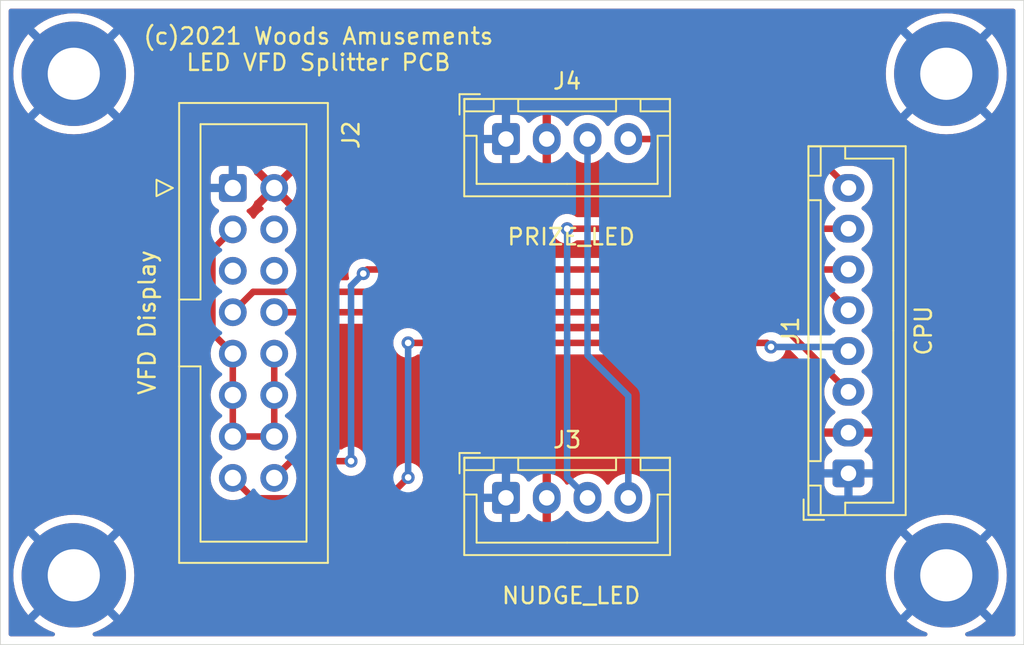
<source format=kicad_pcb>
(kicad_pcb (version 20211014) (generator pcbnew)
  (layers (0 "F.Cu" signal) (31 "B.Cu" signal) (34 "B.Paste" user) (35 "F.Paste" user) (36 "B.SilkS" user "B.Silkscreen") (37 "F.SilkS" user "F.Silkscreen") (38 "B.Mask" user) (39 "F.Mask" user) (44 "Edge.Cuts" user))
  (net 0 "")
  (net 1 "VCC")
  (net 2 "Net-(J2-Pad6)")
  (net 3 "Net-(J2-Pad5)")
  (net 4 "Net-(J2-Pad4)")
  (net 5 "GND")
  (net 6 "/LED_OUT")
  (net 7 "/LED_IN")
  (net 8 "/MD_DOUT")
  (net 9 "/MD_STROBE")
  (net 10 "/MD_CLK")
  (net 11 "/MD_OE")
  (net 12 "Net-(J2-Pad10)")
  (net 13 "Net-(J3-Pad4)")
  (footprint "Connector_JST:JST_XH_B8B-XH-A_1x08_P2.50mm_Vertical" (layer "F.Cu") (at 171.75 82.5 90)
    (fp_text reference "J1" (at 8.75 -3.55 90) (layer "F.SilkS"))
    (fp_text value "CPU" (at 8.75 4.6 90) (layer "F.SilkS"))
    (fp_line (start 19.3 -0.2) (end 19.3 2.75) (layer "F.SilkS") (width 0.12))
    (fp_line (start 16.75 -1.7) (end 16.75 -2.45) (layer "F.SilkS") (width 0.12))
    (fp_line (start -0.75 -1.7) (end -0.75 -2.45) (layer "F.SilkS") (width 0.12))
    (fp_line (start 20.05 -0.2) (end 19.3 -0.2) (layer "F.SilkS") (width 0.12))
    (fp_line (start -2.56 -2.46) (end -2.56 3.51) (layer "F.SilkS") (width 0.12))
    (fp_line (start 18.25 -1.7) (end 20.05 -1.7) (layer "F.SilkS") (width 0.12))
    (fp_line (start 16.75 -2.45) (end 0.75 -2.45) (layer "F.SilkS") (width 0.12))
    (fp_line (start 18.25 -2.45) (end 18.25 -1.7) (layer "F.SilkS") (width 0.12))
    (fp_line (start 20.05 -2.45) (end 18.25 -2.45) (layer "F.SilkS") (width 0.12))
    (fp_line (start -2.85 -2.75) (end -2.85 -1.5) (layer "F.SilkS") (width 0.12))
    (fp_line (start 0.75 -1.7) (end 16.75 -1.7) (layer "F.SilkS") (width 0.12))
    (fp_line (start -2.55 -1.7) (end -0.75 -1.7) (layer "F.SilkS") (width 0.12))
    (fp_line (start 0.75 -2.45) (end 0.75 -1.7) (layer "F.SilkS") (width 0.12))
    (fp_line (start 20.06 -2.46) (end -2.56 -2.46) (layer "F.SilkS") (width 0.12))
    (fp_line (start 19.3 2.75) (end 8.75 2.75) (layer "F.SilkS") (width 0.12))
    (fp_line (start -2.55 -0.2) (end -1.8 -0.2) (layer "F.SilkS") (width 0.12))
    (fp_line (start -1.6 -2.75) (end -2.85 -2.75) (layer "F.SilkS") (width 0.12))
    (fp_line (start -0.75 -2.45) (end -2.55 -2.45) (layer "F.SilkS") (width 0.12))
    (fp_line (start -2.56 3.51) (end 20.06 3.51) (layer "F.SilkS") (width 0.12))
    (fp_line (start -2.55 -2.45) (end -2.55 -1.7) (layer "F.SilkS") (width 0.12))
    (fp_line (start -1.8 2.75) (end 8.75 2.75) (layer "F.SilkS") (width 0.12))
    (fp_line (start 20.05 -1.7) (end 20.05 -2.45) (layer "F.SilkS") (width 0.12))
    (fp_line (start 20.06 3.51) (end 20.06 -2.46) (layer "F.SilkS") (width 0.12))
    (fp_line (start -1.8 -0.2) (end -1.8 2.75) (layer "F.SilkS") (width 0.12))
    (pad "1" thru_hole roundrect locked (at 0 0 90) (size 1.7 1.95) (drill 0.95) (layers *.Cu *.Mask) (roundrect_rratio 0.1470588235) (net 5 "GND"))
    (pad "2" thru_hole oval locked (at 2.5 0 90) (size 1.7 1.95) (drill 0.95) (layers *.Cu *.Mask) (net 1 "VCC"))
    (pad "3" thru_hole oval locked (at 5 0 90) (size 1.7 1.95) (drill 0.95) (layers *.Cu *.Mask) (net 11 "/MD_OE"))
    (pad "4" thru_hole oval locked (at 7.5 0 90) (size 1.7 1.95) (drill 0.95) (layers *.Cu *.Mask) (net 10 "/MD_CLK"))
    (pad "5" thru_hole oval locked (at 10 0 90) (size 1.7 1.95) (drill 0.95) (layers *.Cu *.Mask) (net 9 "/MD_STROBE"))
    (pad "6" thru_hole oval locked (at 12.5 0 90) (size 1.7 1.95) (drill 0.95) (layers *.Cu *.Mask) (net 8 "/MD_DOUT"))
    (pad "7" thru_hole oval locked (at 15 0 90) (size 1.7 1.95) (drill 0.95) (layers *.Cu *.Mask) (net 7 "/LED_IN"))
    (pad "8" thru_hole oval locked (at 17.5 0 90) (size 1.7 1.95) (drill 0.95) (layers *.Cu *.Mask) (net 6 "/LED_OUT"))
  )
  (footprint "Connector_IDC:IDC-Header_2x08_P2.54mm_Vertical" (layer "F.Cu") (at 134 65)
    (fp_text reference "J2" (at 7.25 -3.25 270) (layer "F.SilkS"))
    (fp_text value "VFD Display" (at -5.25 8.25 -90) (layer "F.SilkS"))
    (fp_line (start -4.68 0.5) (end -3.68 0) (layer "F.SilkS") (width 0.12))
    (fp_line (start -3.29 22.99) (end -3.29 -5.21) (layer "F.SilkS") (width 0.12))
    (fp_line (start -3.29 -5.21) (end 5.83 -5.21) (layer "F.SilkS") (width 0.12))
    (fp_line (start 5.83 22.99) (end -3.29 22.99) (layer "F.SilkS") (width 0.12))
    (fp_line (start -1.98 6.84) (end -1.98 -3.91) (layer "F.SilkS") (width 0.12))
    (fp_line (start -1.98 21.69) (end -1.98 10.94) (layer "F.SilkS") (width 0.12))
    (fp_line (start -1.98 10.94) (end -3.29 10.94) (layer "F.SilkS") (width 0.12))
    (fp_line (start -3.68 0) (end -4.68 -0.5) (layer "F.SilkS") (width 0.12))
    (fp_line (start -1.98 -3.91) (end 4.52 -3.91) (layer "F.SilkS") (width 0.12))
    (fp_line (start 4.52 21.69) (end -1.98 21.69) (layer "F.SilkS") (width 0.12))
    (fp_line (start -4.68 -0.5) (end -4.68 0.5) (layer "F.SilkS") (width 0.12))
    (fp_line (start 5.83 -5.21) (end 5.83 22.99) (layer "F.SilkS") (width 0.12))
    (fp_line (start -1.98 10.94) (end -1.98 10.94) (layer "F.SilkS") (width 0.12))
    (fp_line (start -3.29 6.84) (end -1.98 6.84) (layer "F.SilkS") (width 0.12))
    (fp_line (start 4.52 -3.91) (end 4.52 21.69) (layer "F.SilkS") (width 0.12))
    (pad "1" thru_hole roundrect locked (at 0 0) (size 1.7 1.7) (drill 1) (layers *.Cu *.Mask) (roundrect_rratio 0.1470588235) (net 5 "GND"))
    (pad "2" thru_hole circle locked (at 2.54 0) (size 1.7 1.7) (drill 1) (layers *.Cu *.Mask) (net 1 "VCC"))
    (pad "3" thru_hole circle locked (at 0 2.54) (size 1.7 1.7) (drill 1) (layers *.Cu *.Mask) (net 12 "Net-(J2-Pad10)"))
    (pad "4" thru_hole circle locked (at 2.54 2.54) (size 1.7 1.7) (drill 1) (layers *.Cu *.Mask) (net 4 "Net-(J2-Pad4)"))
    (pad "5" thru_hole circle locked (at 0 5.08) (size 1.7 1.7) (drill 1) (layers *.Cu *.Mask) (net 3 "Net-(J2-Pad5)"))
    (pad "6" thru_hole circle locked (at 2.54 5.08) (size 1.7 1.7) (drill 1) (layers *.Cu *.Mask) (net 2 "Net-(J2-Pad6)"))
    (pad "7" thru_hole circle locked (at 0 7.62) (size 1.7 1.7) (drill 1) (layers *.Cu *.Mask) (net 9 "/MD_STROBE"))
    (pad "8" thru_hole circle locked (at 2.54 7.62) (size 1.7 1.7) (drill 1) (layers *.Cu *.Mask) (net 11 "/MD_OE"))
    (pad "9" thru_hole circle locked (at 0 10.16) (size 1.7 1.7) (drill 1) (layers *.Cu *.Mask) (net 12 "Net-(J2-Pad10)"))
    (pad "10" thru_hole circle locked (at 2.54 10.16) (size 1.7 1.7) (drill 1) (layers *.Cu *.Mask) (net 12 "Net-(J2-Pad10)"))
    (pad "11" thru_hole circle locked (at 0 12.7) (size 1.7 1.7) (drill 1) (layers *.Cu *.Mask) (net 12 "Net-(J2-Pad10)"))
    (pad "12" thru_hole circle locked (at 2.54 12.7) (size 1.7 1.7) (drill 1) (layers *.Cu *.Mask) (net 12 "Net-(J2-Pad10)"))
    (pad "13" thru_hole circle locked (at 0 15.24) (size 1.7 1.7) (drill 1) (layers *.Cu *.Mask) (net 12 "Net-(J2-Pad10)"))
    (pad "14" thru_hole circle locked (at 2.54 15.24) (size 1.7 1.7) (drill 1) (layers *.Cu *.Mask) (net 12 "Net-(J2-Pad10)"))
    (pad "15" thru_hole circle locked (at 0 17.78) (size 1.7 1.7) (drill 1) (layers *.Cu *.Mask) (net 10 "/MD_CLK"))
    (pad "16" thru_hole circle locked (at 2.54 17.78) (size 1.7 1.7) (drill 1) (layers *.Cu *.Mask) (net 8 "/MD_DOUT"))
  )
  (footprint "Connector_JST:JST_XH_B4B-XH-A_1x04_P2.50mm_Vertical" (layer "F.Cu") (at 150.75 62)
    (fp_text reference "J4" (at 3.75 -3.55) (layer "F.SilkS"))
    (fp_text value "PRIZE_LED" (at 4 6) (layer "F.SilkS"))
    (fp_line (start 6.75 -1.7) (end 6.75 -2.45) (layer "F.SilkS") (width 0.12))
    (fp_line (start 10.06 -2.46) (end -2.56 -2.46) (layer "F.SilkS") (width 0.12))
    (fp_line (start 0.75 -2.45) (end 0.75 -1.7) (layer "F.SilkS") (width 0.12))
    (fp_line (start -2.55 -1.7) (end -0.75 -1.7) (layer "F.SilkS") (width 0.12))
    (fp_line (start 10.06 3.51) (end 10.06 -2.46) (layer "F.SilkS") (width 0.12))
    (fp_line (start -0.75 -1.7) (end -0.75 -2.45) (layer "F.SilkS") (width 0.12))
    (fp_line (start 8.25 -1.7) (end 10.05 -1.7) (layer "F.SilkS") (width 0.12))
    (fp_line (start -2.85 -2.75) (end -2.85 -1.5) (layer "F.SilkS") (width 0.12))
    (fp_line (start 6.75 -2.45) (end 0.75 -2.45) (layer "F.SilkS") (width 0.12))
    (fp_line (start 9.3 2.75) (end 3.75 2.75) (layer "F.SilkS") (width 0.12))
    (fp_line (start -2.56 -2.46) (end -2.56 3.51) (layer "F.SilkS") (width 0.12))
    (fp_line (start -2.55 -2.45) (end -2.55 -1.7) (layer "F.SilkS") (width 0.12))
    (fp_line (start 9.3 -0.2) (end 9.3 2.75) (layer "F.SilkS") (width 0.12))
    (fp_line (start 10.05 -2.45) (end 8.25 -2.45) (layer "F.SilkS") (width 0.12))
    (fp_line (start 8.25 -2.45) (end 8.25 -1.7) (layer "F.SilkS") (width 0.12))
    (fp_line (start -1.8 2.75) (end 3.75 2.75) (layer "F.SilkS") (width 0.12))
    (fp_line (start 10.05 -1.7) (end 10.05 -2.45) (layer "F.SilkS") (width 0.12))
    (fp_line (start 10.05 -0.2) (end 9.3 -0.2) (layer "F.SilkS") (width 0.12))
    (fp_line (start -1.8 -0.2) (end -1.8 2.75) (layer "F.SilkS") (width 0.12))
    (fp_line (start -2.56 3.51) (end 10.06 3.51) (layer "F.SilkS") (width 0.12))
    (fp_line (start 0.75 -1.7) (end 6.75 -1.7) (layer "F.SilkS") (width 0.12))
    (fp_line (start -0.75 -2.45) (end -2.55 -2.45) (layer "F.SilkS") (width 0.12))
    (fp_line (start -1.6 -2.75) (end -2.85 -2.75) (layer "F.SilkS") (width 0.12))
    (fp_line (start -2.55 -0.2) (end -1.8 -0.2) (layer "F.SilkS") (width 0.12))
    (pad "1" thru_hole roundrect locked (at 0 0) (size 1.7 1.95) (drill 0.95) (layers *.Cu *.Mask) (roundrect_rratio 0.1470588235) (net 5 "GND"))
    (pad "2" thru_hole oval locked (at 2.5 0) (size 1.7 1.95) (drill 0.95) (layers *.Cu *.Mask) (net 1 "VCC"))
    (pad "3" thru_hole oval locked (at 5 0) (size 1.7 1.95) (drill 0.95) (layers *.Cu *.Mask) (net 13 "Net-(J3-Pad4)"))
    (pad "4" thru_hole oval locked (at 7.5 0) (size 1.7 1.95) (drill 0.95) (layers *.Cu *.Mask) (net 6 "/LED_OUT"))
  )
  (footprint "Connector_JST:JST_XH_B4B-XH-A_1x04_P2.50mm_Vertical" (layer "F.Cu") (at 150.75 84)
    (fp_text reference "J3" (at 3.75 -3.55) (layer "F.SilkS"))
    (fp_text value "NUDGE_LED" (at 4 6) (layer "F.SilkS"))
    (fp_line (start -2.55 -0.2) (end -1.8 -0.2) (layer "F.SilkS") (width 0.12))
    (fp_line (start 6.75 -1.7) (end 6.75 -2.45) (layer "F.SilkS") (width 0.12))
    (fp_line (start -1.8 2.75) (end 3.75 2.75) (layer "F.SilkS") (width 0.12))
    (fp_line (start -2.55 -2.45) (end -2.55 -1.7) (layer "F.SilkS") (width 0.12))
    (fp_line (start -0.75 -1.7) (end -0.75 -2.45) (layer "F.SilkS") (width 0.12))
    (fp_line (start 10.06 -2.46) (end -2.56 -2.46) (layer "F.SilkS") (width 0.12))
    (fp_line (start -2.56 3.51) (end 10.06 3.51) (layer "F.SilkS") (width 0.12))
    (fp_line (start 0.75 -1.7) (end 6.75 -1.7) (layer "F.SilkS") (width 0.12))
    (fp_line (start 8.25 -2.45) (end 8.25 -1.7) (layer "F.SilkS") (width 0.12))
    (fp_line (start 0.75 -2.45) (end 0.75 -1.7) (layer "F.SilkS") (width 0.12))
    (fp_line (start -2.85 -2.75) (end -2.85 -1.5) (layer "F.SilkS") (width 0.12))
    (fp_line (start 10.05 -2.45) (end 8.25 -2.45) (layer "F.SilkS") (width 0.12))
    (fp_line (start 9.3 2.75) (end 3.75 2.75) (layer "F.SilkS") (width 0.12))
    (fp_line (start 6.75 -2.45) (end 0.75 -2.45) (layer "F.SilkS") (width 0.12))
    (fp_line (start 10.05 -0.2) (end 9.3 -0.2) (layer "F.SilkS") (width 0.12))
    (fp_line (start -2.55 -1.7) (end -0.75 -1.7) (layer "F.SilkS") (width 0.12))
    (fp_line (start -1.6 -2.75) (end -2.85 -2.75) (layer "F.SilkS") (width 0.12))
    (fp_line (start -2.56 -2.46) (end -2.56 3.51) (layer "F.SilkS") (width 0.12))
    (fp_line (start 10.06 3.51) (end 10.06 -2.46) (layer "F.SilkS") (width 0.12))
    (fp_line (start 9.3 -0.2) (end 9.3 2.75) (layer "F.SilkS") (width 0.12))
    (fp_line (start 8.25 -1.7) (end 10.05 -1.7) (layer "F.SilkS") (width 0.12))
    (fp_line (start -0.75 -2.45) (end -2.55 -2.45) (layer "F.SilkS") (width 0.12))
    (fp_line (start -1.8 -0.2) (end -1.8 2.75) (layer "F.SilkS") (width 0.12))
    (fp_line (start 10.05 -1.7) (end 10.05 -2.45) (layer "F.SilkS") (width 0.12))
    (pad "1" thru_hole roundrect locked (at 0 0) (size 1.7 1.95) (drill 0.95) (layers *.Cu *.Mask) (roundrect_rratio 0.1470588235) (net 5 "GND"))
    (pad "2" thru_hole oval locked (at 2.5 0) (size 1.7 1.95) (drill 0.95) (layers *.Cu *.Mask) (net 1 "VCC"))
    (pad "3" thru_hole oval locked (at 5 0) (size 1.7 1.95) (drill 0.95) (layers *.Cu *.Mask) (net 7 "/LED_IN"))
    (pad "4" thru_hole oval locked (at 7.5 0) (size 1.7 1.95) (drill 0.95) (layers *.Cu *.Mask) (net 13 "Net-(J3-Pad4)"))
  )
  (footprint "MountingHole:MountingHole_3.2mm_M3_Pad" (layer "F.Cu") (at 124.25 58)
    (fp_text reference "H1" hide)
    (fp_text value "MountingHole_Pad" hide)
    (pad "1" thru_hole circle locked (at 0 0) (size 6.4 6.4) (drill 3.2) (layers *.Cu *.Mask) (net 5 "GND"))
  )
  (footprint "MountingHole:MountingHole_3.2mm_M3_Pad" (layer "F.Cu") (at 124.25 88.75)
    (fp_text reference "H2" hide)
    (fp_text value "MountingHole_Pad" hide)
    (pad "1" thru_hole circle locked (at 0 0) (size 6.4 6.4) (drill 3.2) (layers *.Cu *.Mask) (net 5 "GND"))
  )
  (footprint "MountingHole:MountingHole_3.2mm_M3_Pad" (layer "F.Cu") (at 177.75 58)
    (fp_text reference "H3" hide)
    (fp_text value "MountingHole_Pad" hide)
    (pad "1" thru_hole circle locked (at 0 0) (size 6.4 6.4) (drill 3.2) (layers *.Cu *.Mask) (net 5 "GND"))
  )
  (footprint "MountingHole:MountingHole_3.2mm_M3_Pad" (layer "F.Cu") (at 177.75 88.75)
    (fp_text reference "H4" hide)
    (fp_text value "MountingHole_Pad" hide)
    (pad "1" thru_hole circle locked (at 0 0) (size 6.4 6.4) (drill 3.2) (layers *.Cu *.Mask) (net 5 "GND"))
  )
  (gr_line (start 119.75 93) (end 119.75 53.5) (layer "Edge.Cuts") (width 0.05))
  (gr_line (start 182.5 93) (end 119.75 93) (layer "Edge.Cuts") (width 0.05))
  (gr_line (start 119.75 53.5) (end 182.5 53.5) (layer "Edge.Cuts") (width 0.05))
  (gr_line (start 182.5 53.5) (end 182.5 93) (layer "Edge.Cuts") (width 0.05))
  (gr_text "(c)2021 Woods Amusements\nLED VFD Splitter PCB" (at 139.25 56.5) (layer "F.SilkS") (effects (font (size 1 1))))
  (segment (start 158.25 62) (end 168.75 62) (width 0.4) (layer "F.Cu") (net 6))
  (segment (start 168.75 62) (end 171.75 65) (width 0.4) (layer "F.Cu") (net 6))
  (segment (start 171.75 67.5) (end 154.5 67.5) (width 0.4) (layer "F.Cu") (net 7))
  (via (at 154.5 67.5) (size 0.8) (drill 0.4) (layers "F.Cu" "B.Cu") (net 7))
  (segment (start 154.5 67.5) (end 154.5 82.75) (width 0.4) (layer "B.Cu") (net 7))
  (segment (start 154.5 82.75) (end 155.75 84) (width 0.4) (layer "B.Cu") (net 7))
  (segment (start 141.25 81.75) (end 137.57 81.75) (width 0.4) (layer "F.Cu") (net 8))
  (segment (start 142.25 70) (end 142 70.25) (width 0.4) (layer "F.Cu") (net 8))
  (segment (start 137.57 81.75) (end 136.54 82.78) (width 0.4) (layer "F.Cu") (net 8))
  (segment (start 171.75 70) (end 142.25 70) (width 0.4) (layer "F.Cu") (net 8))
  (via (at 141.25 81.75) (size 0.8) (drill 0.4) (layers "F.Cu" "B.Cu") (net 8))
  (via (at 142 70.25) (size 0.8) (drill 0.4) (layers "F.Cu" "B.Cu") (net 8))
  (segment (start 142 70.25) (end 141.25 71) (width 0.4) (layer "B.Cu") (net 8))
  (segment (start 141.25 71) (end 141.25 81.75) (width 0.4) (layer "B.Cu") (net 8))
  (segment (start 134 72.62) (end 135.250001 71.369999) (width 0.4) (layer "F.Cu") (net 9))
  (segment (start 170.619999 71.369999) (end 171.75 72.5) (width 0.4) (layer "F.Cu") (net 9))
  (segment (start 135.250001 71.369999) (end 170.619999 71.369999) (width 0.4) (layer "F.Cu") (net 9))
  (segment (start 135.250001 84.030001) (end 143.469999 84.030001) (width 0.4) (layer "F.Cu") (net 10))
  (segment (start 143.469999 84.030001) (end 144.75 82.75) (width 0.4) (layer "F.Cu") (net 10))
  (segment (start 144.75 74.5) (end 166.75 74.5) (width 0.4) (layer "F.Cu") (net 10))
  (segment (start 134 82.78) (end 135.250001 84.030001) (width 0.4) (layer "F.Cu") (net 10))
  (segment (start 166.75 74.5) (end 167 74.75) (width 0.4) (layer "F.Cu") (net 10))
  (via (at 144.75 82.75) (size 0.8) (drill 0.4) (layers "F.Cu" "B.Cu") (net 10))
  (via (at 144.75 74.5) (size 0.8) (drill 0.4) (layers "F.Cu" "B.Cu") (net 10))
  (via (at 167 74.75) (size 0.8) (drill 0.4) (layers "F.Cu" "B.Cu") (net 10))
  (segment (start 167 74.75) (end 171.5 74.75) (width 0.4) (layer "B.Cu") (net 10))
  (segment (start 144.75 82.75) (end 144.75 74.5) (width 0.4) (layer "B.Cu") (net 10))
  (segment (start 171.5 74.75) (end 171.75 75) (width 0.4) (layer "B.Cu") (net 10))
  (segment (start 136.54 72.62) (end 166.87 72.62) (width 0.4) (layer "F.Cu") (net 11))
  (segment (start 166.87 72.62) (end 171.75 77.5) (width 0.4) (layer "F.Cu") (net 11))
  (segment (start 132.749999 68.790001) (end 132.749999 73.909999) (width 0.4) (layer "F.Cu") (net 12))
  (segment (start 136.54 77.7) (end 136.54 75.16) (width 0.4) (layer "F.Cu") (net 12))
  (segment (start 134 67.54) (end 132.749999 68.790001) (width 0.4) (layer "F.Cu") (net 12))
  (segment (start 134 75.16) (end 134 80.24) (width 0.4) (layer "F.Cu") (net 12))
  (segment (start 136.54 80.24) (end 136.54 77.7) (width 0.4) (layer "F.Cu") (net 12))
  (segment (start 134 80.24) (end 136.54 80.24) (width 0.4) (layer "F.Cu") (net 12))
  (segment (start 132.749999 73.909999) (end 134 75.16) (width 0.4) (layer "F.Cu") (net 12))
  (segment (start 158.25 77.75) (end 158.25 84) (width 0.4) (layer "B.Cu") (net 13))
  (segment (start 155.75 75.25) (end 158.25 77.75) (width 0.4) (layer "B.Cu") (net 13))
  (segment (start 155.75 62) (end 155.75 75.25) (width 0.4) (layer "B.Cu") (net 13))
  (zone (net 1) (net_name "VCC") (layer "F.Cu") (connect_pads (clearance 0.508)) (min_thickness 0.254) (fill yes (thermal_gap 0.508) (thermal_bridge_width 0.508))
    (polygon (pts (xy 182.5 93) (xy 119.75 93) (xy 119.75 53.5) (xy 182.5 53.5)))
  )
  (zone (net 5) (net_name "GND") (layer "B.Cu") (connect_pads (clearance 0.508)) (min_thickness 0.254) (fill yes (thermal_gap 0.508) (thermal_bridge_width 0.508))
    (polygon (pts (xy 182.5 93) (xy 119.75 93) (xy 119.75 53.5) (xy 182.5 53.5)))
  )
)
</source>
